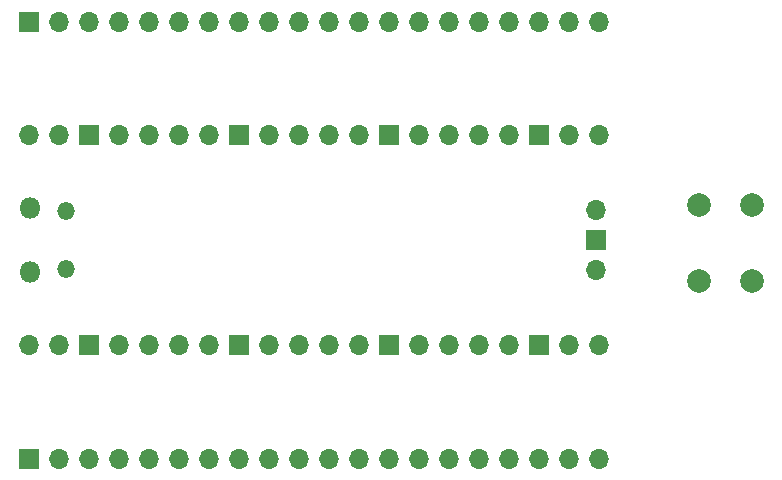
<source format=gbr>
G04 #@! TF.GenerationSoftware,KiCad,Pcbnew,(5.1.10)-1*
G04 #@! TF.CreationDate,2021-06-20T22:47:18+04:00*
G04 #@! TF.ProjectId,pico-expansion-long-board,7069636f-2d65-4787-9061-6e73696f6e2d,rev?*
G04 #@! TF.SameCoordinates,Original*
G04 #@! TF.FileFunction,Soldermask,Bot*
G04 #@! TF.FilePolarity,Negative*
%FSLAX46Y46*%
G04 Gerber Fmt 4.6, Leading zero omitted, Abs format (unit mm)*
G04 Created by KiCad (PCBNEW (5.1.10)-1) date 2021-06-20 22:47:18*
%MOMM*%
%LPD*%
G01*
G04 APERTURE LIST*
%ADD10C,2.000000*%
%ADD11O,1.700000X1.700000*%
%ADD12R,1.700000X1.700000*%
%ADD13O,1.800000X1.800000*%
%ADD14O,1.500000X1.500000*%
G04 APERTURE END LIST*
D10*
X126000000Y-61500000D03*
X130500000Y-61500000D03*
X126000000Y-68000000D03*
X130500000Y-68000000D03*
D11*
X117560000Y-83000000D03*
X115020000Y-83000000D03*
X112480000Y-83000000D03*
X109940000Y-83000000D03*
X107400000Y-83000000D03*
X104860000Y-83000000D03*
X102320000Y-83000000D03*
X99780000Y-83000000D03*
X97240000Y-83000000D03*
X94700000Y-83000000D03*
X92160000Y-83000000D03*
X89620000Y-83000000D03*
X87080000Y-83000000D03*
X84540000Y-83000000D03*
X82000000Y-83000000D03*
X79460000Y-83000000D03*
X76920000Y-83000000D03*
X74380000Y-83000000D03*
X71840000Y-83000000D03*
D12*
X69300000Y-83000000D03*
X69300000Y-46000000D03*
D11*
X71840000Y-46000000D03*
X74380000Y-46000000D03*
X76920000Y-46000000D03*
X79460000Y-46000000D03*
X82000000Y-46000000D03*
X84540000Y-46000000D03*
X87080000Y-46000000D03*
X89620000Y-46000000D03*
X92160000Y-46000000D03*
X94700000Y-46000000D03*
X97240000Y-46000000D03*
X99780000Y-46000000D03*
X102320000Y-46000000D03*
X104860000Y-46000000D03*
X107400000Y-46000000D03*
X109940000Y-46000000D03*
X112480000Y-46000000D03*
X115020000Y-46000000D03*
X117560000Y-46000000D03*
X69270000Y-73390000D03*
X71810000Y-73390000D03*
D12*
X74350000Y-73390000D03*
D11*
X76890000Y-73390000D03*
X79430000Y-73390000D03*
X81970000Y-73390000D03*
X84510000Y-73390000D03*
D12*
X87050000Y-73390000D03*
D11*
X89590000Y-73390000D03*
X92130000Y-73390000D03*
X94670000Y-73390000D03*
X97210000Y-73390000D03*
D12*
X99750000Y-73390000D03*
D11*
X102290000Y-73390000D03*
X104830000Y-73390000D03*
X107370000Y-73390000D03*
X109910000Y-73390000D03*
D12*
X112450000Y-73390000D03*
D11*
X114990000Y-73390000D03*
X117530000Y-73390000D03*
X117530000Y-55610000D03*
X114990000Y-55610000D03*
D12*
X112450000Y-55610000D03*
D11*
X109910000Y-55610000D03*
X107370000Y-55610000D03*
X104830000Y-55610000D03*
X102290000Y-55610000D03*
D12*
X99750000Y-55610000D03*
D11*
X97210000Y-55610000D03*
X94670000Y-55610000D03*
X92130000Y-55610000D03*
X89590000Y-55610000D03*
D12*
X87050000Y-55610000D03*
D11*
X84510000Y-55610000D03*
X81970000Y-55610000D03*
X79430000Y-55610000D03*
X76890000Y-55610000D03*
D12*
X74350000Y-55610000D03*
D11*
X71810000Y-55610000D03*
X69270000Y-55610000D03*
D13*
X69400000Y-67225000D03*
X69400000Y-61775000D03*
D14*
X72430000Y-66925000D03*
X72430000Y-62075000D03*
D11*
X117300000Y-67040000D03*
D12*
X117300000Y-64500000D03*
D11*
X117300000Y-61960000D03*
M02*

</source>
